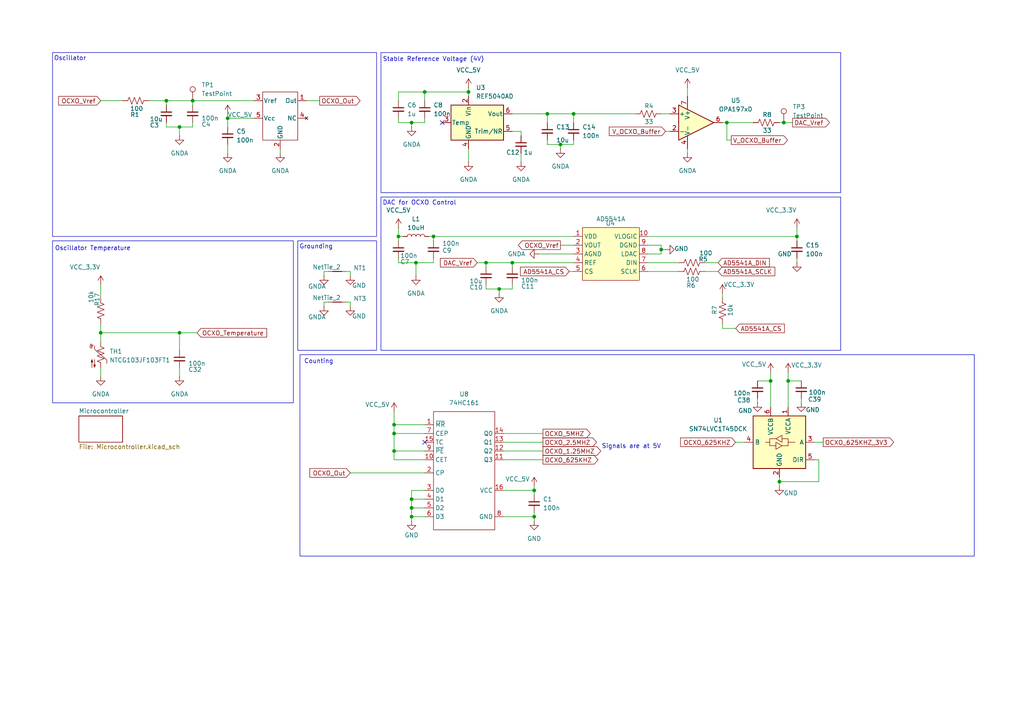
<source format=kicad_sch>
(kicad_sch (version 20250114) (generator "eeschema") (generator_version "9.0")
  (paper "A4")
  (lib_symbols
    (symbol "AD5541A:AD5541A"
      (property "Reference" "U" (at 0 8.382 0))
      (symbol "AD5541A_0_1"
        (rectangle (start -8.89 6.35) (end 7.62 -8.89) (fill (type color) (color 255 255 194 1)))
      )
      (symbol "AD5541A_1_1"
        (pin input line (at -11.43 3.81 0) (length 2.54) (name "VDD") (number "1"))
        (pin output line (at -11.43 1.27 0) (length 2.54) (name "VOUT") (number "2"))
        (pin output line (at -11.43 -1.27 0) (length 2.54) (name "AGND") (number "3"))
        (pin output line (at -11.43 -3.81 0) (length 2.54) (name "REF") (number "4"))
        (pin output line (at -11.43 -6.35 0) (length 2.54) (name "CS") (number "5"))
        (pin output line (at 10.16 3.81 180) (length 2.54) (name "VLOGIC") (number "10"))
        (pin output line (at 10.16 1.27 180) (length 2.54) (name "DGND") (number "9"))
        (pin output line (at 10.16 -1.27 180) (length 2.54) (name "LDAC") (number "8"))
        (pin output line (at 10.16 -3.81 180) (length 2.54) (name "DIN") (number "7"))
        (pin output line (at 10.16 -6.35 180) (length 2.54) (name "SCLK") (number "6"))
      )
    )
    (symbol "Amplifier_Operational:OPA197xD" (pin_names (offset 0.127))
      (property "Reference" "U" (at 0 6.35 0))
      (property "Value" "OPA197xD" (at 0 3.81 0))
      (symbol "OPA197xD_0_1"
        (polyline (pts (xy -5.08 5.08) (xy 5.08 0) (xy -5.08 -5.08) (xy -5.08 5.08)) (stroke (width 0.254)) (fill (type background)))
      )
      (symbol "OPA197xD_1_1"
        (pin input line (at -7.62 2.54 0) (length 2.54) (name "+") (number "3"))
        (pin input line (at -7.62 -2.54 0) (length 2.54) (name "-") (number "2"))
        (pin power_in line (at -2.54 7.62 270) (length 3.81) (name "V+") (number "7"))
        (pin no_connect line (at -2.54 2.54 270) (length 2.54) (hide yes) (name "NC") (number "1"))
        (pin power_in line (at -2.54 -7.62 90) (length 3.81) (name "V-") (number "4"))
        (pin no_connect line (at 0 2.54 270) (length 2.54) (hide yes) (name "NC") (number "5"))
        (pin no_connect line (at 0 -2.54 90) (length 2.54) (hide yes) (name "NC") (number "8"))
        (pin output line (at 7.62 0 180) (length 2.54) (name "~") (number "6"))
      )
    )
    (symbol "Connector:TestPoint" (pin_numbers (hide yes)) (pin_names (offset 0.762) (hide yes))
      (property "Reference" "TP" (at 0 6.858 0))
      (property "Value" "TestPoint" (at 0 5.08 0))
      (symbol "TestPoint_0_1"
        (circle (center 0 3.302) (radius 0.762))
      )
      (symbol "TestPoint_1_1"
        (pin passive line (at 0 0 90) (length 2.54) (name "1") (number "1"))
      )
    )
    (symbol "Device:C_Small" (pin_numbers (hide yes)) (pin_names (offset 0.254) (hide yes))
      (property "Reference" "C" (at 0.254 1.778 0))
      (property "Value" "C_Small" (at 0.254 -2.032 0))
      (symbol "C_Small_0_1"
        (polyline (pts (xy -1.524 0.508) (xy 1.524 0.508)) (stroke (width 0.3048)))
        (polyline (pts (xy -1.524 -0.508) (xy 1.524 -0.508)) (stroke (width 0.3302)))
      )
      (symbol "C_Small_1_1"
        (pin passive line (at 0 2.54 270) (length 2.032) (name "~") (number "1"))
        (pin passive line (at 0 -2.54 90) (length 2.032) (name "~") (number "2"))
      )
    )
    (symbol "Device:L" (pin_numbers (hide yes)) (pin_names (offset 1.016) (hide yes))
      (property "Reference" "L" (at -1.27 0 90))
      (property "Value" "L" (at 1.905 0 90))
      (symbol "L_0_1"
        (arc (start 0 2.54) (mid 0.6323 1.905) (end 0 1.27))
        (arc (start 0 1.27) (mid 0.6323 0.635) (end 0 0))
        (arc (start 0 0) (mid 0.6323 -0.635) (end 0 -1.27))
        (arc (start 0 -1.27) (mid 0.6323 -1.905) (end 0 -2.54))
      )
      (symbol "L_1_1"
        (pin passive line (at 0 3.81 270) (length 1.27) (name "1") (number "1"))
        (pin passive line (at 0 -3.81 90) (length 1.27) (name "2") (number "2"))
      )
    )
    (symbol "Device:NetTie_2" (pin_numbers (hide yes)) (pin_names (offset 0) (hide yes)) (in_bom no)
      (property "Reference" "NT" (at 0 1.27 0))
      (property "Value" "NetTie_2" (at 0 -1.27 0))
      (symbol "NetTie_2_0_1"
        (polyline (pts (xy -1.27 0) (xy 1.27 0)) (stroke (width 0.254)))
      )
      (symbol "NetTie_2_1_1"
        (pin passive line (at -2.54 0 0) (length 2.54) (name "1") (number "1"))
        (pin passive line (at 2.54 0 180) (length 2.54) (name "2") (number "2"))
      )
    )
    (symbol "Device:R_US" (pin_numbers (hide yes)) (pin_names (offset 0))
      (property "Reference" "R" (at 2.54 0 90))
      (property "Value" "R_US" (at -2.54 0 90))
      (symbol "R_US_0_1"
        (polyline (pts (xy 0 2.286) (xy 0 2.54)))
        (polyline (pts (xy 0 2.286) (xy 1.016 1.905) (xy 0 1.524) (xy -1.016 1.143) (xy 0 0.762)))
        (polyline (pts (xy 0 0.762) (xy 1.016 0.381) (xy 0 0) (xy -1.016 -0.381) (xy 0 -0.762)))
        (polyline (pts (xy 0 -0.762) (xy 1.016 -1.143) (xy 0 -1.524) (xy -1.016 -1.905) (xy 0 -2.286)))
        (polyline (pts (xy 0 -2.286) (xy 0 -2.54)))
      )
      (symbol "R_US_1_1"
        (pin passive line (at 0 3.81 270) (length 1.27) (name "~") (number "1"))
        (pin passive line (at 0 -3.81 90) (length 1.27) (name "~") (number "2"))
      )
    )
    (symbol "Device:Thermistor_NTC_US" (pin_numbers (hide yes)) (pin_names (offset 0))
      (property "Reference" "TH" (at -4.445 0 90))
      (property "Value" "Thermistor_NTC_US" (at 3.175 0 90))
      (symbol "Thermistor_NTC_US_0_1"
        (arc (start -3.175 2.413) (mid -3.0506 2.3165) (end -3.048 2.159))
        (arc (start -3.048 2.794) (mid -2.9736 2.9736) (end -2.794 3.048))
        (arc (start -2.794 3.048) (mid -2.6144 2.9736) (end -2.54 2.794))
        (arc (start -2.794 2.54) (mid -2.9736 2.6144) (end -3.048 2.794))
        (arc (start -2.794 1.905) (mid -2.9736 1.9794) (end -3.048 2.159))
        (arc (start -2.54 2.159) (mid -2.6144 1.9794) (end -2.794 1.905))
        (arc (start -2.159 2.794) (mid -2.434 2.5608) (end -2.794 2.54))
        (polyline (pts (xy -2.54 2.159) (xy -2.54 2.794)))
        (polyline (pts (xy -2.54 -3.683) (xy -2.54 -1.397) (xy -2.794 -2.159) (xy -2.286 -2.159) (xy -2.54 -1.397) (xy -2.54 -1.651)) (fill (type outline)))
        (polyline (pts (xy -1.778 2.54) (xy -1.778 1.524) (xy 1.778 -1.524) (xy 1.778 -2.54)))
        (polyline (pts (xy -1.778 -1.397) (xy -1.778 -3.683) (xy -2.032 -2.921) (xy -1.524 -2.921) (xy -1.778 -3.683) (xy -1.778 -3.429)) (fill (type outline)))
        (polyline (pts (xy 0 2.286) (xy 0 2.54)))
        (polyline (pts (xy 0 2.286) (xy 1.016 1.905) (xy 0 1.524) (xy -1.016 1.143) (xy 0 0.762)))
        (polyline (pts (xy 0 0.762) (xy 1.016 0.381) (xy 0 0) (xy -1.016 -0.381) (xy 0 -0.762)))
        (polyline (pts (xy 0 -0.762) (xy 1.016 -1.143) (xy 0 -1.524) (xy -1.016 -1.905) (xy 0 -2.286)))
        (polyline (pts (xy 0 -2.286) (xy 0 -2.54)))
      )
      (symbol "Thermistor_NTC_US_1_1"
        (pin passive line (at 0 3.81 270) (length 1.27) (name "~") (number "1"))
        (pin passive line (at 0 -3.81 90) (length 1.27) (name "~") (number "2"))
      )
    )
    (symbol "Logic_LevelTranslator:SN74LVC1T45DCK"
      (property "Reference" "U" (at -6.35 8.89 0))
      (property "Value" "SN74LVC1T45DCK" (at 3.81 8.89 0))
      (symbol "SN74LVC1T45DCK_0_1"
        (rectangle (start -7.62 7.62) (end 7.62 -7.62) (stroke (width 0.254)) (fill (type background)))
        (polyline (pts (xy -2.54 0) (xy -2.54 1.016) (xy -0.762 1.016)))
        (polyline (pts (xy -0.762 0) (xy -0.762 2.032) (xy 1.016 1.016) (xy -0.762 0)))
        (polyline (pts (xy -0.762 -1.016) (xy -2.54 -1.016) (xy -2.54 0) (xy -4.572 0)))
        (polyline (pts (xy 1.016 1.016) (xy 2.794 1.016) (xy 2.794 0) (xy 4.064 0)))
        (polyline (pts (xy 1.016 0) (xy 1.016 -1.778) (xy 1.016 -2.032) (xy -0.762 -1.016) (xy 1.016 0)))
        (polyline (pts (xy 2.794 0) (xy 2.794 -1.016) (xy 1.016 -1.016)))
      )
      (symbol "SN74LVC1T45DCK_1_1"
        (pin bidirectional line (at -10.16 0 0) (length 2.54) (name "A") (number "3"))
        (pin input line (at -10.16 -5.08 0) (length 2.54) (name "DIR") (number "5"))
        (pin power_in line (at -2.54 10.16 270) (length 2.54) (name "VCCA") (number "1"))
        (pin power_in line (at 0 -10.16 90) (length 2.54) (name "GND") (number "2"))
        (pin power_in line (at 2.54 10.16 270) (length 2.54) (name "VCCB") (number "6"))
        (pin bidirectional line (at 10.16 0 180) (length 2.54) (name "B") (number "4"))
      )
    )
    (symbol "OSC5A2B02:OSC5AB02" (pin_names (offset 0.254))
      (symbol "OSC5AB02_0_1"
        (rectangle (start -5.08 3.81) (end 5.08 -10.16))
      )
      (symbol "OSC5AB02_1_1"
        (pin input line (at -7.62 1.27 0) (length 2.54) (name "Vref") (number "3"))
        (pin input line (at -7.62 -3.81 0) (length 2.54) (name "Vcc") (number "5"))
        (pin input line (at 0 -12.7 90) (length 2.54) (name "GND") (number "2"))
        (pin output line (at 7.62 1.27 180) (length 2.54) (name "Out") (number "1"))
        (pin no_connect line (at 7.62 -3.81 180) (length 2.54) (name "NC") (number "4"))
      )
    )
    (symbol "Reference_Voltage:REF5040AD" (pin_names (offset 0.254))
      (property "Reference" "U" (at -1.27 8.255 0))
      (property "Value" "REF5040AD" (at -1.27 6.35 0))
      (symbol "REF5040AD_0_1"
        (rectangle (start -7.62 5.08) (end 7.62 -5.08) (stroke (width 0.254)) (fill (type background)))
      )
      (symbol "REF5040AD_1_1"
        (pin passive line (at -10.16 0 0) (length 2.54) (name "Temp") (number "3"))
        (pin no_connect line (at -7.62 2.54 0) (length 2.54) (hide yes) (name "DNC") (number "1"))
        (pin no_connect line (at -5.08 -5.08 90) (length 2.54) (hide yes) (name "NC") (number "7"))
        (pin power_in line (at -2.54 7.62 270) (length 2.54) (name "Vin") (number "2"))
        (pin power_in line (at -2.54 -7.62 90) (length 2.54) (name "GND") (number "4"))
        (pin no_connect line (at 7.62 0 180) (length 2.54) (hide yes) (name "DNC") (number "8"))
        (pin power_out line (at 10.16 2.54 180) (length 2.54) (name "Vout") (number "6"))
        (pin passive line (at 10.16 -2.54 180) (length 2.54) (name "Trim/NR") (number "5"))
      )
    )
    (symbol "nexperia:74HC161"
      (property "Reference" "U" (at 0 20.066 0))
      (property "Value" "74HC161" (at 0 17.526 0))
      (symbol "74HC161_0_1"
        (rectangle (start -8.89 16.51) (end 8.89 -17.78))
      )
      (symbol "74HC161_1_1"
        (pin input line (at -11.43 12.7 0) (length 2.54) (name "~{MR}") (number "1"))
        (pin input line (at -11.43 10.16 0) (length 2.54) (name "CEP") (number "7"))
        (pin input line (at -11.43 7.62 0) (length 2.54) (name "TC") (number "15"))
        (pin input line (at -11.43 5.08 0) (length 2.54) (name "~{PE}") (number "9"))
        (pin input line (at -11.43 2.54 0) (length 2.54) (name "CET") (number "10"))
        (pin input line (at -11.43 -1.27 0) (length 2.54) (name "CP") (number "2"))
        (pin input line (at -11.43 -6.35 0) (length 2.54) (name "D0") (number "3"))
        (pin input line (at -11.43 -8.89 0) (length 2.54) (name "D1") (number "4"))
        (pin input line (at -11.43 -11.43 0) (length 2.54) (name "D2") (number "5"))
        (pin input line (at -11.43 -13.97 0) (length 2.54) (name "D3") (number "6"))
        (pin output line (at 11.43 10.16 180) (length 2.54) (name "Q0") (number "14"))
        (pin output line (at 11.43 7.62 180) (length 2.54) (name "Q1") (number "13"))
        (pin output line (at 11.43 5.08 180) (length 2.54) (name "Q2") (number "12"))
        (pin output line (at 11.43 2.54 180) (length 2.54) (name "Q3") (number "11"))
        (pin input line (at 11.43 -6.35 180) (length 2.54) (name "VCC") (number "16"))
        (pin input line (at 11.43 -13.97 180) (length 2.54) (name "GND") (number "8"))
      )
    )
    (symbol "power:GND" (power) (pin_numbers (hide yes)) (pin_names (offset 0) (hide yes))
      (property "Value" "GND" (at 0 -3.81 0))
      (symbol "GND_0_1"
        (polyline (pts (xy 0 0) (xy 0 -1.27) (xy 1.27 -1.27) (xy 0 -2.54) (xy -1.27 -1.27) (xy 0 -1.27)))
      )
      (symbol "GND_1_1"
        (pin power_in line (at 0 0 270) (length 0) (name "~") (number "1"))
      )
    )
    (symbol "power:GNDA" (power) (pin_numbers (hide yes)) (pin_names (offset 0) (hide yes))
      (property "Value" "GNDA" (at 0 -3.81 0))
      (symbol "GNDA_0_1"
        (polyline (pts (xy 0 0) (xy 0 -1.27) (xy 1.27 -1.27) (xy 0 -2.54) (xy -1.27 -1.27) (xy 0 -1.27)))
      )
      (symbol "GNDA_1_1"
        (pin power_in line (at 0 0 270) (length 0) (name "~") (number "1"))
      )
    )
    (symbol "power:VCC" (power) (pin_numbers (hide yes)) (pin_names (offset 0) (hide yes))
      (property "Value" "VCC" (at 0 3.556 0))
      (symbol "VCC_0_1"
        (polyline (pts (xy -0.762 1.27) (xy 0 2.54)))
        (polyline (pts (xy 0 2.54) (xy 0.762 1.27)))
        (polyline (pts (xy 0 0) (xy 0 2.54)))
      )
      (symbol "VCC_1_1"
        (pin power_in line (at 0 0 90) (length 0) (name "~") (number "1"))
      )
    )
  )
  (rectangle (start 15.24 69.85) (end 85.09 116.84))
  (rectangle (start 110.49 15.24) (end 243.84 55.88))
  (rectangle (start 86.36 69.85) (end 109.22 101.6))
  (rectangle (start 86.995 102.87) (end 282.575 161.29))
  (rectangle (start 110.49 57.15) (end 243.84 101.6))
  (rectangle (start 15.24 15.24) (end 109.22 68.58))
  (text "Oscillator Temperature" (at 26.924 72.136 0) (effects (font (size 1.27 1.27))))
  (text "Grounding" (at 91.694 71.628 0) (effects (font (size 1.27 1.27))))
  (text "Stable Reference Voltage (4V)" (at 125.73 17.272 0) (effects (font (size 1.27 1.27))))
  (text "Counting" (at 92.456 104.902 0) (effects (font (size 1.27 1.27))))
  (text "Oscillator" (at 20.32 17.018 0) (effects (font (size 1.27 1.27))))
  (text "DAC for OCXO Control" (at 121.666 58.928 0) (effects (font (size 1.27 1.27))))
  (text "Signals are at 5V" (at 183.134 129.54 0) (effects (font (size 1.27 1.27))))
  (junction (at 123.19 26.67))
  (junction (at 114.3 123.19))
  (junction (at 162.56 41.91))
  (junction (at 154.94 149.86))
  (junction (at 115.57 68.58))
  (junction (at 119.38 147.32))
  (junction (at 223.52 110.49))
  (junction (at 154.94 142.24))
  (junction (at 55.88 29.21))
  (junction (at 231.14 68.58))
  (junction (at 166.37 33.02))
  (junction (at 191.77 72.39))
  (junction (at 144.78 83.82))
  (junction (at 48.26 29.21))
  (junction (at 120.65 76.2))
  (junction (at 140.97 76.2))
  (junction (at 66.04 34.29))
  (junction (at 158.75 33.02))
  (junction (at 228.6 110.49))
  (junction (at 135.89 26.67))
  (junction (at 114.3 125.73))
  (junction (at 226.06 139.7))
  (junction (at 52.07 96.52))
  (junction (at 125.73 68.58))
  (junction (at 119.38 149.86))
  (junction (at 210.82 35.56))
  (junction (at 119.38 144.78))
  (junction (at 114.3 130.81))
  (junction (at 119.38 35.56))
  (junction (at 227.33 35.56))
  (junction (at 148.59 76.2))
  (junction (at 52.07 36.83))
  (junction (at 29.21 96.52))
  (no_connect (at 123.19 128.27))
  (no_connect (at 128.27 35.56))
  (wire (pts (xy 166.37 40.64) (xy 166.37 41.91)))
  (wire (pts (xy 119.38 35.56) (xy 115.57 35.56)))
  (wire (pts (xy 154.94 142.24) (xy 154.94 143.51)))
  (wire (pts (xy 81.28 43.18) (xy 81.28 44.45)))
  (wire (pts (xy 140.97 76.2) (xy 148.59 76.2)))
  (wire (pts (xy 187.96 76.2) (xy 196.85 76.2)))
  (wire (pts (xy 232.41 115.57) (xy 232.41 116.84)))
  (wire (pts (xy 123.19 133.35) (xy 114.3 133.35)))
  (wire (pts (xy 48.26 29.21) (xy 48.26 30.48)))
  (wire (pts (xy 93.98 87.63) (xy 95.25 87.63)))
  (wire (pts (xy 48.26 35.56) (xy 48.26 36.83)))
  (wire (pts (xy 115.57 68.58) (xy 115.57 69.85)))
  (wire (pts (xy 215.9 128.27) (xy 213.36 128.27)))
  (wire (pts (xy 101.6 87.63) (xy 101.6 88.9)))
  (wire (pts (xy 144.78 83.82) (xy 148.59 83.82)))
  (wire (pts (xy 140.97 76.2) (xy 140.97 77.47)))
  (wire (pts (xy 151.13 44.45) (xy 151.13 46.99)))
  (wire (pts (xy 114.3 125.73) (xy 114.3 130.81)))
  (wire (pts (xy 52.07 96.52) (xy 57.15 96.52)))
  (wire (pts (xy 52.07 96.52) (xy 52.07 101.6)))
  (wire (pts (xy 115.57 66.04) (xy 115.57 68.58)))
  (wire (pts (xy 144.78 83.82) (xy 144.78 85.09)))
  (wire (pts (xy 119.38 151.13) (xy 119.38 149.86)))
  (wire (pts (xy 135.89 43.18) (xy 135.89 46.99)))
  (wire (pts (xy 187.96 78.74) (xy 196.85 78.74)))
  (wire (pts (xy 93.98 78.74) (xy 95.25 78.74)))
  (wire (pts (xy 138.43 76.2) (xy 140.97 76.2)))
  (wire (pts (xy 223.52 110.49) (xy 219.71 110.49)))
  (wire (pts (xy 238.76 128.27) (xy 236.22 128.27)))
  (wire (pts (xy 210.82 35.56) (xy 210.82 40.64)))
  (wire (pts (xy 119.38 147.32) (xy 119.38 149.86)))
  (wire (pts (xy 120.65 76.2) (xy 115.57 76.2)))
  (wire (pts (xy 154.94 149.86) (xy 154.94 151.13)))
  (wire (pts (xy 226.06 138.43) (xy 226.06 139.7)))
  (wire (pts (xy 114.3 119.38) (xy 114.3 123.19)))
  (wire (pts (xy 119.38 144.78) (xy 119.38 147.32)))
  (wire (pts (xy 199.39 43.18) (xy 199.39 44.45)))
  (wire (pts (xy 191.77 72.39) (xy 193.04 72.39)))
  (wire (pts (xy 209.55 35.56) (xy 210.82 35.56)))
  (wire (pts (xy 29.21 93.98) (xy 29.21 96.52)))
  (wire (pts (xy 209.55 85.09) (xy 209.55 86.36)))
  (wire (pts (xy 146.05 130.81) (xy 157.48 130.81)))
  (wire (pts (xy 209.55 95.25) (xy 209.55 93.98)))
  (wire (pts (xy 114.3 123.19) (xy 114.3 125.73)))
  (wire (pts (xy 114.3 125.73) (xy 123.19 125.73)))
  (wire (pts (xy 148.59 83.82) (xy 148.59 82.55)))
  (wire (pts (xy 228.6 110.49) (xy 228.6 118.11)))
  (wire (pts (xy 166.37 33.02) (xy 166.37 35.56)))
  (wire (pts (xy 187.96 68.58) (xy 231.14 68.58)))
  (wire (pts (xy 204.47 76.2) (xy 208.28 76.2)))
  (wire (pts (xy 35.56 29.21) (xy 29.21 29.21)))
  (wire (pts (xy 146.05 149.86) (xy 154.94 149.86)))
  (wire (pts (xy 135.89 25.4) (xy 135.89 26.67)))
  (wire (pts (xy 144.78 83.82) (xy 140.97 83.82)))
  (wire (pts (xy 66.04 33.02) (xy 66.04 34.29)))
  (wire (pts (xy 226.06 139.7) (xy 237.49 139.7)))
  (wire (pts (xy 212.09 40.64) (xy 210.82 40.64)))
  (wire (pts (xy 123.19 147.32) (xy 119.38 147.32)))
  (wire (pts (xy 55.88 36.83) (xy 55.88 35.56)))
  (wire (pts (xy 123.19 26.67) (xy 115.57 26.67)))
  (wire (pts (xy 223.52 107.95) (xy 223.52 110.49)))
  (wire (pts (xy 115.57 34.29) (xy 115.57 35.56)))
  (wire (pts (xy 55.88 29.21) (xy 48.26 29.21)))
  (wire (pts (xy 123.19 144.78) (xy 119.38 144.78)))
  (wire (pts (xy 231.14 68.58) (xy 231.14 69.85)))
  (wire (pts (xy 191.77 72.39) (xy 191.77 71.12)))
  (wire (pts (xy 115.57 68.58) (xy 116.84 68.58)))
  (wire (pts (xy 48.26 29.21) (xy 43.18 29.21)))
  (wire (pts (xy 146.05 133.35) (xy 157.48 133.35)))
  (wire (pts (xy 123.19 142.24) (xy 119.38 142.24)))
  (wire (pts (xy 52.07 36.83) (xy 52.07 39.37)))
  (wire (pts (xy 231.14 68.58) (xy 231.14 66.04)))
  (wire (pts (xy 123.19 26.67) (xy 135.89 26.67)))
  (wire (pts (xy 209.55 95.25) (xy 213.36 95.25)))
  (wire (pts (xy 231.14 74.93) (xy 231.14 76.2)))
  (wire (pts (xy 151.13 38.1) (xy 151.13 39.37)))
  (wire (pts (xy 29.21 82.55) (xy 29.21 86.36)))
  (wire (pts (xy 226.06 139.7) (xy 226.06 140.97)))
  (wire (pts (xy 162.56 41.91) (xy 166.37 41.91)))
  (wire (pts (xy 66.04 34.29) (xy 66.04 36.83)))
  (wire (pts (xy 146.05 128.27) (xy 157.48 128.27)))
  (wire (pts (xy 120.65 76.2) (xy 125.73 76.2)))
  (wire (pts (xy 148.59 76.2) (xy 166.37 76.2)))
  (wire (pts (xy 154.94 140.97) (xy 154.94 142.24)))
  (wire (pts (xy 219.71 115.57) (xy 219.71 116.84)))
  (wire (pts (xy 204.47 78.74) (xy 208.28 78.74)))
  (wire (pts (xy 223.52 110.49) (xy 223.52 118.11)))
  (wire (pts (xy 93.98 88.9) (xy 93.98 87.63)))
  (wire (pts (xy 55.88 29.21) (xy 73.66 29.21)))
  (wire (pts (xy 191.77 71.12) (xy 187.96 71.12)))
  (wire (pts (xy 119.38 142.24) (xy 119.38 144.78)))
  (wire (pts (xy 158.75 33.02) (xy 158.75 35.56)))
  (wire (pts (xy 228.6 107.95) (xy 228.6 110.49)))
  (wire (pts (xy 187.96 73.66) (xy 191.77 73.66)))
  (wire (pts (xy 93.98 80.01) (xy 93.98 78.74)))
  (wire (pts (xy 101.6 78.74) (xy 101.6 80.01)))
  (wire (pts (xy 124.46 68.58) (xy 125.73 68.58)))
  (wire (pts (xy 166.37 33.02) (xy 184.15 33.02)))
  (wire (pts (xy 66.04 34.29) (xy 73.66 34.29)))
  (wire (pts (xy 210.82 35.56) (xy 218.44 35.56)))
  (wire (pts (xy 114.3 130.81) (xy 123.19 130.81)))
  (wire (pts (xy 125.73 68.58) (xy 125.73 69.85)))
  (wire (pts (xy 146.05 125.73) (xy 157.48 125.73)))
  (wire (pts (xy 191.77 73.66) (xy 191.77 72.39)))
  (wire (pts (xy 148.59 33.02) (xy 158.75 33.02)))
  (wire (pts (xy 29.21 96.52) (xy 29.21 99.06)))
  (wire (pts (xy 55.88 29.21) (xy 55.88 30.48)))
  (wire (pts (xy 191.77 33.02) (xy 194.31 33.02)))
  (wire (pts (xy 52.07 36.83) (xy 55.88 36.83)))
  (wire (pts (xy 125.73 76.2) (xy 125.73 74.93)))
  (wire (pts (xy 114.3 123.19) (xy 123.19 123.19)))
  (wire (pts (xy 88.9 29.21) (xy 92.71 29.21)))
  (wire (pts (xy 115.57 26.67) (xy 115.57 29.21)))
  (wire (pts (xy 199.39 25.4) (xy 199.39 27.94)))
  (wire (pts (xy 193.04 38.1) (xy 194.31 38.1)))
  (wire (pts (xy 125.73 68.58) (xy 166.37 68.58)))
  (wire (pts (xy 237.49 139.7) (xy 237.49 133.35)))
  (wire (pts (xy 148.59 38.1) (xy 151.13 38.1)))
  (wire (pts (xy 165.1 78.74) (xy 166.37 78.74)))
  (wire (pts (xy 119.38 149.86) (xy 123.19 149.86)))
  (wire (pts (xy 162.56 41.91) (xy 158.75 41.91)))
  (wire (pts (xy 158.75 33.02) (xy 166.37 33.02)))
  (wire (pts (xy 115.57 74.93) (xy 115.57 76.2)))
  (wire (pts (xy 52.07 106.68) (xy 52.07 109.22)))
  (wire (pts (xy 114.3 130.81) (xy 114.3 133.35)))
  (wire (pts (xy 237.49 133.35) (xy 236.22 133.35)))
  (wire (pts (xy 146.05 142.24) (xy 154.94 142.24)))
  (wire (pts (xy 119.38 35.56) (xy 119.38 36.83)))
  (wire (pts (xy 100.33 87.63) (xy 101.6 87.63)))
  (wire (pts (xy 52.07 36.83) (xy 48.26 36.83)))
  (wire (pts (xy 100.33 78.74) (xy 101.6 78.74)))
  (wire (pts (xy 120.65 76.2) (xy 120.65 80.01)))
  (wire (pts (xy 226.06 35.56) (xy 227.33 35.56)))
  (wire (pts (xy 156.21 73.66) (xy 166.37 73.66)))
  (wire (pts (xy 123.19 35.56) (xy 123.19 34.29)))
  (wire (pts (xy 232.41 110.49) (xy 228.6 110.49)))
  (wire (pts (xy 140.97 82.55) (xy 140.97 83.82)))
  (wire (pts (xy 119.38 35.56) (xy 123.19 35.56)))
  (wire (pts (xy 29.21 106.68) (xy 29.21 109.22)))
  (wire (pts (xy 158.75 41.91) (xy 158.75 40.64)))
  (wire (pts (xy 227.33 35.56) (xy 229.87 35.56)))
  (wire (pts (xy 123.19 29.21) (xy 123.19 26.67)))
  (wire (pts (xy 148.59 76.2) (xy 148.59 77.47)))
  (wire (pts (xy 154.94 148.59) (xy 154.94 149.86)))
  (wire (pts (xy 101.6 137.16) (xy 123.19 137.16)))
  (wire (pts (xy 162.56 71.12) (xy 166.37 71.12)))
  (wire (pts (xy 29.21 96.52) (xy 52.07 96.52)))
  (wire (pts (xy 135.89 26.67) (xy 135.89 27.94)))
  (wire (pts (xy 66.04 41.91) (xy 66.04 44.45)))
  (wire (pts (xy 162.56 41.91) (xy 162.56 43.18)))
  (global_label "DAC_Vref" (shape input) (at 138.43 76.2 180) (property "Intersheetrefs" "${INTERSHEET_REFS}" (effects (hide yes))))
  (global_label "DAC_Vref" (shape output) (at 229.87 35.56 0) (property "Intersheetrefs" "${INTERSHEET_REFS}" (effects (hide yes))))
  (global_label "AD5541A_DIN" (shape input) (at 208.28 76.2 0) (property "Intersheetrefs" "${INTERSHEET_REFS}" (effects (hide yes))))
  (global_label "OCXO_Out" (shape output) (at 92.71 29.21 0) (property "Intersheetrefs" "${INTERSHEET_REFS}" (effects (hide yes))))
  (global_label "AD5541A_SCLK" (shape input) (at 208.28 78.74 0) (property "Intersheetrefs" "${INTERSHEET_REFS}" (effects (hide yes))))
  (global_label "AD5541A_CS" (shape input) (at 213.36 95.25 0) (property "Intersheetrefs" "${INTERSHEET_REFS}" (effects (hide yes))))
  (global_label "OCXO_625KHZ" (shape input) (at 213.36 128.27 180) (property "Intersheetrefs" "${INTERSHEET_REFS}" (effects (hide yes))))
  (global_label "OCXO_1.25MHZ" (shape output) (at 157.48 130.81 0) (property "Intersheetrefs" "${INTERSHEET_REFS}" (effects (hide yes))))
  (global_label "OCXO_625KHZ" (shape output) (at 157.48 133.35 0) (property "Intersheetrefs" "${INTERSHEET_REFS}" (effects (hide yes))))
  (global_label "OCXO_Vref" (shape input) (at 29.21 29.21 180) (property "Intersheetrefs" "${INTERSHEET_REFS}" (effects (hide yes))))
  (global_label "OCXO_5MHZ" (shape output) (at 157.48 125.73 0) (property "Intersheetrefs" "${INTERSHEET_REFS}" (effects (hide yes))))
  (global_label "OCXO_Out" (shape input) (at 101.6 137.16 180) (property "Intersheetrefs" "${INTERSHEET_REFS}" (effects (hide yes))))
  (global_label "V_OCXO_Buffer" (shape input) (at 193.04 38.1 180) (property "Intersheetrefs" "${INTERSHEET_REFS}" (effects (hide yes))))
  (global_label "V_OCXO_Buffer" (shape output) (at 212.09 40.64 0) (property "Intersheetrefs" "${INTERSHEET_REFS}" (effects (hide yes))))
  (global_label "OCXO_2.5MHZ" (shape output) (at 157.48 128.27 0) (property "Intersheetrefs" "${INTERSHEET_REFS}" (effects (hide yes))))
  (global_label "OCXO_Temperature" (shape input) (at 57.15 96.52 0) (property "Intersheetrefs" "${INTERSHEET_REFS}" (effects (hide yes))))
  (global_label "OCXO_Vref" (shape output) (at 162.56 71.12 180) (property "Intersheetrefs" "${INTERSHEET_REFS}" (effects (hide yes))))
  (global_label "OCXO_625KHZ_3V3" (shape output) (at 238.76 128.27 0) (property "Intersheetrefs" "${INTERSHEET_REFS}" (effects (hide yes))))
  (global_label "AD5541A_CS" (shape input) (at 165.1 78.74 180) (property "Intersheetrefs" "${INTERSHEET_REFS}" (effects (hide yes))))
  (symbol (lib_id "Device:C_Small") (at 140.97 80.01 0) (unit 1)
    (property "Reference" "C10" (at 136.144 83.312 0) (effects (justify left)))
    (property "Value" "10u" (at 136.144 81.534 0) (effects (justify left)))
    (property "Footprint" "Capacitor_SMD:C_0201_0603Metric_Pad0.64x0.40mm_HandSolder" (effects (hide yes)))
    (property "Description" "Unpolarized capacitor, small symbol" (effects (hide yes)))
    (property "JLC" "C19702" (effects (hide yes)))
    (property "Package" "0603" (effects (hide yes)))
  )
  (symbol (lib_id "power:VCC") (at 154.94 140.97 0) (unit 1)
    (property "Reference" "#PWR052" (effects (hide yes)))
    (property "Value" "VCC_5V" (at 150.114 138.938 0))
    (property "Description" "Power symbol creates a global label with name \"VCC\"" (effects (hide yes)))
  )
  (symbol (lib_id "Device:C_Small") (at 158.75 38.1 0) (unit 1)
    (property "Reference" "C13" (at 161.29 36.8362 0) (effects (justify left)))
    (property "Value" "10u" (at 161.29 40.6462 0) (effects (justify left)))
    (property "Footprint" "Capacitor_SMD:C_0201_0603Metric_Pad0.64x0.40mm_HandSolder" (effects (hide yes)))
    (property "Description" "Unpolarized capacitor, small symbol" (effects (hide yes)))
    (property "JLC" "C19702" (effects (hide yes)))
    (property "Package" "0603" (effects (hide yes)))
  )
  (symbol (lib_id "power:GNDA") (at 156.21 73.66 270) (unit 1)
    (property "Reference" "#PWR019" (effects (hide yes)))
    (property "Value" "GNDA" (at 152.4 73.6599 90) (effects (justify right)))
    (property "Description" "Power symbol creates a global label with name \"GNDA\" , analog ground" (effects (hide yes)))
  )
  (symbol (lib_id "Reference_Voltage:REF5040AD") (at 138.43 35.56 0) (unit 1)
    (property "Reference" "U3" (at 138.0333 25.4 0) (effects (justify left)))
    (property "Value" "REF5040AD" (at 138.0333 27.94 0) (effects (justify left)))
    (property "Footprint" "Package_SO:SOIC-8_3.9x4.9mm_P1.27mm" (effects (hide yes)))
    (property "Datasheet" "https://www.ti.com/lit/ds/symlink/ref5030a-q1.pdf" (effects (hide yes)))
    (property "Description" "4.096V 0.1% 10mA Low Noise Precision Voltage Reference, SO-8" (effects (hide yes)))
    (property "JLC" "C1575304" (effects (hide yes)))
  )
  (symbol (lib_id "Device:R_US") (at 187.96 33.02 90) (unit 1)
    (property "Reference" "R4" (at 188.214 30.734 90))
    (property "Value" "33" (at 188.214 35.306 90))
    (property "Footprint" "Resistor_SMD:R_0201_0603Metric_Pad0.64x0.40mm_HandSolder" (effects (hide yes)))
    (property "Description" "Resistor, US symbol" (effects (hide yes)))
    (property "JLC" "C23140" (effects (hide yes)))
    (property "Package" "0603" (effects (hide yes)))
  )
  (symbol (lib_id "power:GND") (at 154.94 151.13 0) (unit 1)
    (property "Reference" "#PWR02" (effects (hide yes)))
    (property "Value" "GND" (at 154.94 156.21 0))
    (property "Description" "Power symbol creates a global label with name \"GND\" , ground" (effects (hide yes)))
  )
  (symbol (lib_id "power:VCC") (at 66.04 33.02 0) (unit 1)
    (property "Reference" "#PWR06" (effects (hide yes)))
    (property "Value" "VCC_5V" (at 69.596 33.274 0))
    (property "Description" "Power symbol creates a global label with name \"VCC\"" (effects (hide yes)))
  )
  (symbol (lib_id "Device:C_Small") (at 232.41 113.03 0) (mirror y) (unit 1)
    (property "Reference" "C39" (at 238.252 115.824 0) (effects (justify left)))
    (property "Value" "100n" (at 239.522 113.792 0) (effects (justify left)))
    (property "Footprint" "Capacitor_SMD:C_0201_0603Metric_Pad0.64x0.40mm_HandSolder" (effects (hide yes)))
    (property "Description" "Unpolarized capacitor, small symbol" (effects (hide yes)))
    (property "JLC" "C14663" (effects (hide yes)))
    (property "Package" "0603" (effects (hide yes)))
  )
  (symbol (lib_id "Connector:TestPoint") (at 227.33 35.56 0) (unit 1) (in_bom no)
    (property "Reference" "TP3" (at 229.87 30.9879 0) (effects (justify left)))
    (property "Value" "TestPoint" (at 229.87 33.5279 0) (effects (justify left)))
    (property "Footprint" "TestPoint:TestPoint_Pad_D1.5mm" (effects (hide yes)))
    (property "Description" "test point" (effects (hide yes)))
  )
  (symbol (lib_id "power:GND") (at 219.71 116.84 0) (mirror y) (unit 1)
    (property "Reference" "#PWR067" (effects (hide yes)))
    (property "Value" "GND" (at 216.154 119.126 0))
    (property "Description" "Power symbol creates a global label with name \"GND\" , ground" (effects (hide yes)))
  )
  (symbol (lib_id "Device:R_US") (at 200.66 78.74 90) (unit 1)
    (property "Reference" "R6" (at 200.406 82.804 90))
    (property "Value" "100" (at 200.914 81.026 90))
    (property "Footprint" "Resistor_SMD:R_0201_0603Metric_Pad0.64x0.40mm_HandSolder" (effects (hide yes)))
    (property "Description" "Resistor, US symbol" (effects (hide yes)))
    (property "JLC" "C22775" (effects (hide yes)))
    (property "Package" "0603" (effects (hide yes)))
  )
  (symbol (lib_id "power:GND") (at 231.14 76.2 0) (unit 1)
    (property "Reference" "#PWR026" (effects (hide yes)))
    (property "Value" "GND" (at 227.584 73.66 0))
    (property "Description" "Power symbol creates a global label with name \"GND\" , ground" (effects (hide yes)))
  )
  (symbol (lib_id "power:GND") (at 101.6 80.01 0) (unit 1)
    (property "Reference" "#PWR010" (effects (hide yes)))
    (property "Value" "GND" (at 104.14 82.804 0))
    (property "Description" "Power symbol creates a global label with name \"GND\" , ground" (effects (hide yes)))
  )
  (symbol (lib_id "Device:R_US") (at 209.55 90.17 180) (unit 1)
    (property "Reference" "R7" (at 207.264 89.916 90))
    (property "Value" "10k" (at 211.836 89.916 90))
    (property "Footprint" "Resistor_SMD:R_0201_0603Metric_Pad0.64x0.40mm_HandSolder" (effects (hide yes)))
    (property "Description" "Resistor, US symbol" (effects (hide yes)))
    (property "JLC" "C25804" (effects (hide yes)))
    (property "Package" "0603" (effects (hide yes)))
  )
  (symbol (lib_id "Device:C_Small") (at 123.19 31.75 0) (unit 1)
    (property "Reference" "C8" (at 125.73 30.4862 0) (effects (justify left)))
    (property "Value" "100n" (at 125.73 33.0262 0) (effects (justify left)))
    (property "Footprint" "Capacitor_SMD:C_0201_0603Metric_Pad0.64x0.40mm_HandSolder" (effects (hide yes)))
    (property "Description" "Unpolarized capacitor, small symbol" (effects (hide yes)))
    (property "JLC" "C14663" (effects (hide yes)))
    (property "Package" "0603" (effects (hide yes)))
  )
  (symbol (lib_id "Device:C_Small") (at 66.04 39.37 0) (unit 1)
    (property "Reference" "C5" (at 68.58 38.1062 0) (effects (justify left)))
    (property "Value" "100n" (at 68.58 40.6462 0) (effects (justify left)))
    (property "Footprint" "Capacitor_SMD:C_0201_0603Metric_Pad0.64x0.40mm_HandSolder" (effects (hide yes)))
    (property "Description" "Unpolarized capacitor, small symbol" (effects (hide yes)))
    (property "JLC" "C14663" (effects (hide yes)))
    (property "Package" "0603" (effects (hide yes)))
  )
  (symbol (lib_id "Device:R_US") (at 200.66 76.2 90) (unit 1)
    (property "Reference" "R5" (at 203.962 75.184 90))
    (property "Value" "100" (at 204.724 73.406 90))
    (property "Footprint" "Resistor_SMD:R_0201_0603Metric_Pad0.64x0.40mm_HandSolder" (effects (hide yes)))
    (property "Description" "Resistor, US symbol" (effects (hide yes)))
    (property "JLC" "C22775" (effects (hide yes)))
    (property "Package" "0603" (effects (hide yes)))
  )
  (symbol (lib_id "power:VCC") (at 231.14 66.04 0) (unit 1)
    (property "Reference" "#PWR025" (effects (hide yes)))
    (property "Value" "VCC_3.3V" (at 226.568 60.96 0))
    (property "Description" "Power symbol creates a global label with name \"VCC\"" (effects (hide yes)))
  )
  (symbol (lib_id "power:GND") (at 101.6 88.9 0) (unit 1)
    (property "Reference" "#PWR063" (effects (hide yes)))
    (property "Value" "GND" (at 104.14 91.694 0))
    (property "Description" "Power symbol creates a global label with name \"GND\" , ground" (effects (hide yes)))
  )
  (symbol (lib_id "Logic_LevelTranslator:SN74LVC1T45DCK") (at 226.06 128.27 0) (mirror y) (unit 1)
    (property "Reference" "U1" (at 208.28 121.8498 0))
    (property "Value" "SN74LVC1T45DCK" (at 208.28 124.3898 0))
    (property "Footprint" "Package_TO_SOT_SMD:SOT-363_SC-70-6" (effects (hide yes)))
    (property "Datasheet" "http://www.ti.com/lit/ds/symlink/sn74lvc1t45.pdf" (effects (hide yes)))
    (property "Description" "Single-Bit Dual-Supply Bus Transceiver With Configurable Voltage Translation and 3-State Outputs, SOT-363" (effects (hide yes)))
    (property "JLC" "C9382" (effects (hide yes)))
  )
  (symbol (lib_id "Device:R_US") (at 39.37 29.21 90) (unit 1)
    (property "Reference" "R1" (at 39.116 33.274 90))
    (property "Value" "100" (at 39.624 31.496 90))
    (property "Footprint" "Resistor_SMD:R_0201_0603Metric_Pad0.64x0.40mm_HandSolder" (effects (hide yes)))
    (property "Description" "Resistor, US symbol" (effects (hide yes)))
    (property "JLC" "C22775" (effects (hide yes)))
    (property "Package" "0603" (effects (hide yes)))
  )
  (symbol (lib_id "Device:Thermistor_NTC_US") (at 29.21 102.87 0) (unit 1)
    (property "Reference" "TH1" (at 31.75 101.9174 0) (effects (justify left)))
    (property "Value" "NTCG103JF103FT1" (at 31.75 104.4574 0) (effects (justify left)))
    (property "Footprint" "Capacitor_SMD:C_01005_0402Metric_Pad0.57x0.30mm_HandSolder" (effects (hide yes)))
    (property "Description" "Temperature dependent resistor, negative temperature coefficient, US symbol" (effects (hide yes)))
    (property "JLC" "C209959" (effects (hide yes)))
    (property "Package" "1005" (effects (hide yes)))
  )
  (symbol (lib_id "Device:C_Small") (at 115.57 72.39 0) (unit 1)
    (property "Reference" "C7" (at 116.078 75.946 0) (effects (justify left)))
    (property "Value" "100n" (at 116.078 74.168 0) (effects (justify left)))
    (property "Footprint" "Capacitor_SMD:C_0201_0603Metric_Pad0.64x0.40mm_HandSolder" (effects (hide yes)))
    (property "Description" "Unpolarized capacitor, small symbol" (effects (hide yes)))
    (property "JLC" "C14663" (effects (hide yes)))
    (property "Package" "0603" (effects (hide yes)))
  )
  (symbol (lib_id "power:VCC") (at 228.6 107.95 0) (mirror y) (unit 1)
    (property "Reference" "#PWR065" (effects (hide yes)))
    (property "Value" "VCC_3.3V" (at 233.934 105.918 0))
    (property "Description" "Power symbol creates a global label with name \"VCC\"" (effects (hide yes)))
  )
  (symbol (lib_id "Device:C_Small") (at 55.88 33.02 0) (unit 1)
    (property "Reference" "C4" (at 58.42 36.068 0) (effects (justify left)))
    (property "Value" "100n" (at 58.42 34.2962 0) (effects (justify left)))
    (property "Footprint" "Capacitor_SMD:C_0201_0603Metric_Pad0.64x0.40mm_HandSolder" (effects (hide yes)))
    (property "Description" "Unpolarized capacitor, small symbol" (effects (hide yes)))
    (property "JLC" "C14663" (effects (hide yes)))
    (property "Package" "0603" (effects (hide yes)))
  )
  (symbol (lib_id "power:VCC") (at 223.52 107.95 0) (mirror y) (unit 1)
    (property "Reference" "#PWR064" (effects (hide yes)))
    (property "Value" "VCC_5V" (at 218.694 105.664 0))
    (property "Description" "Power symbol creates a global label with name \"VCC\"" (effects (hide yes)))
  )
  (symbol (lib_id "Device:C_Small") (at 48.26 33.02 0) (unit 1)
    (property "Reference" "C3" (at 43.434 36.322 0) (effects (justify left)))
    (property "Value" "10u" (at 43.434 34.544 0) (effects (justify left)))
    (property "Footprint" "Capacitor_SMD:C_0201_0603Metric_Pad0.64x0.40mm_HandSolder" (effects (hide yes)))
    (property "Description" "Unpolarized capacitor, small symbol" (effects (hide yes)))
    (property "JLC" "C19702" (effects (hide yes)))
    (property "Package" "0603" (effects (hide yes)))
  )
  (symbol (lib_id "power:GNDA") (at 199.39 44.45 0) (unit 1)
    (property "Reference" "#PWR053" (effects (hide yes)))
    (property "Value" "GNDA" (at 199.39 49.53 0))
    (property "Description" "Power symbol creates a global label with name \"GNDA\" , analog ground" (effects (hide yes)))
  )
  (symbol (lib_id "Device:NetTie_2") (at 97.79 78.74 0) (unit 1) (in_bom no)
    (property "Reference" "NT1" (at 104.394 77.724 0))
    (property "Value" "NetTie_2" (at 94.742 77.47 0))
    (property "Footprint" "NetTie:NetTie-2_THT_Pad0.3mm" (effects (hide yes)))
    (property "Description" "Net tie, 2 pins" (effects (hide yes)))
  )
  (symbol (lib_id "power:VCC") (at 199.39 25.4 0) (unit 1)
    (property "Reference" "#PWR022" (effects (hide yes)))
    (property "Value" "VCC_5V" (at 199.39 20.32 0))
    (property "Description" "Power symbol creates a global label with name \"VCC\"" (effects (hide yes)))
  )
  (symbol (lib_id "Device:C_Small") (at 219.71 113.03 0) (mirror y) (unit 1)
    (property "Reference" "C38" (at 217.678 116.078 0) (effects (justify left)))
    (property "Value" "100n" (at 217.678 114.046 0) (effects (justify left)))
    (property "Footprint" "Capacitor_SMD:C_0201_0603Metric_Pad0.64x0.40mm_HandSolder" (effects (hide yes)))
    (property "Description" "Unpolarized capacitor, small symbol" (effects (hide yes)))
    (property "JLC" "C14663" (effects (hide yes)))
    (property "Package" "0603" (effects (hide yes)))
  )
  (symbol (lib_id "Device:C_Small") (at 115.57 31.75 0) (unit 1)
    (property "Reference" "C6" (at 118.11 30.4862 0) (effects (justify left)))
    (property "Value" "1u" (at 118.11 33.0262 0) (effects (justify left)))
    (property "Footprint" "Capacitor_SMD:C_0201_0603Metric_Pad0.64x0.40mm_HandSolder" (effects (hide yes)))
    (property "Description" "Unpolarized capacitor, small symbol" (effects (hide yes)))
    (property "JLC" "C15849" (effects (hide yes)))
    (property "Package" "0603" (effects (hide yes)))
  )
  (symbol (lib_id "power:GNDA") (at 66.04 44.45 0) (unit 1)
    (property "Reference" "#PWR07" (effects (hide yes)))
    (property "Value" "GNDA" (at 66.04 49.53 0))
    (property "Description" "Power symbol creates a global label with name \"GNDA\" , analog ground" (effects (hide yes)))
  )
  (symbol (lib_id "OSC5A2B02:OSC5AB02") (at 81.28 30.48 0) (unit 1) (in_bom no)
    (property "Reference" "OSC5A2B1" (effects (hide yes)))
    (property "Footprint" "OCXO:OSC5A2B02" (effects (hide yes)))
    (property "Datasheet" "https://dl6gl.de/media/files/ocxo-cti-osc5a2b02-datasheet.pdf" (effects (hide yes)))
  )
  (symbol (lib_id "Device:C_Small") (at 166.37 38.1 0) (unit 1)
    (property "Reference" "C14" (at 168.91 36.8362 0) (effects (justify left)))
    (property "Value" "100n" (at 168.91 39.3762 0) (effects (justify left)))
    (property "Footprint" "Capacitor_SMD:C_0201_0603Metric_Pad0.64x0.40mm_HandSolder" (effects (hide yes)))
    (property "Description" "Unpolarized capacitor, small symbol" (effects (hide yes)))
    (property "JLC" "C14663" (effects (hide yes)))
    (property "Package" "0603" (effects (hide yes)))
  )
  (symbol (lib_id "Device:NetTie_2") (at 97.79 87.63 0) (unit 1) (in_bom no)
    (property "Reference" "NT3" (at 104.394 86.614 0))
    (property "Value" "NetTie_2" (at 94.742 86.36 0))
    (property "Footprint" "NetTie:NetTie-2_THT_Pad0.3mm" (effects (hide yes)))
    (property "Description" "Net tie, 2 pins" (effects (hide yes)))
  )
  (symbol (lib_id "Connector:TestPoint") (at 55.88 29.21 0) (unit 1) (in_bom no)
    (property "Reference" "TP1" (at 58.42 24.6379 0) (effects (justify left)))
    (property "Value" "TestPoint" (at 58.42 27.1779 0) (effects (justify left)))
    (property "Footprint" "TestPoint:TestPoint_Pad_D1.5mm" (effects (hide yes)))
    (property "Description" "test point" (effects (hide yes)))
  )
  (symbol (lib_id "power:GND") (at 193.04 72.39 90) (unit 1)
    (property "Reference" "#PWR021" (effects (hide yes)))
    (property "Value" "GND" (at 197.612 72.136 90))
    (property "Description" "Power symbol creates a global label with name \"GND\" , ground" (effects (hide yes)))
  )
  (symbol (lib_id "power:GND") (at 119.38 151.13 0) (unit 1)
    (property "Reference" "#PWR03" (effects (hide yes)))
    (property "Value" "GND" (at 119.38 155.194 0))
    (property "Description" "Power symbol creates a global label with name \"GND\" , ground" (effects (hide yes)))
  )
  (symbol (lib_id "power:VCC") (at 135.89 25.4 0) (unit 1)
    (property "Reference" "#PWR015" (effects (hide yes)))
    (property "Value" "VCC_5V" (at 135.89 20.32 0))
    (property "Description" "Power symbol creates a global label with name \"VCC\"" (effects (hide yes)))
  )
  (symbol (lib_id "power:GNDA") (at 162.56 43.18 0) (unit 1)
    (property "Reference" "#PWR020" (effects (hide yes)))
    (property "Value" "GNDA" (at 162.56 48.26 0))
    (property "Description" "Power symbol creates a global label with name \"GNDA\" , analog ground" (effects (hide yes)))
  )
  (symbol (lib_id "Device:R_US") (at 29.21 90.17 180) (unit 1)
    (property "Reference" "R17" (at 28.194 86.868 90))
    (property "Value" "10k" (at 26.416 86.106 90))
    (property "Footprint" "Resistor_SMD:R_0201_0603Metric_Pad0.64x0.40mm_HandSolder" (effects (hide yes)))
    (property "Description" "Resistor, US symbol" (effects (hide yes)))
    (property "JLC" "C25804" (effects (hide yes)))
    (property "Package" "0603" (effects (hide yes)))
  )
  (symbol (lib_id "power:GNDA") (at 120.65 80.01 0) (unit 1)
    (property "Reference" "#PWR014" (effects (hide yes)))
    (property "Value" "GNDA" (at 120.65 85.09 0))
    (property "Description" "Power symbol creates a global label with name \"GNDA\" , analog ground" (effects (hide yes)))
  )
  (symbol (lib_id "power:GNDA") (at 135.89 46.99 0) (unit 1)
    (property "Reference" "#PWR016" (effects (hide yes)))
    (property "Value" "GNDA" (at 135.89 52.07 0))
    (property "Description" "Power symbol creates a global label with name \"GNDA\" , analog ground" (effects (hide yes)))
  )
  (symbol (lib_id "power:GNDA") (at 119.38 36.83 0) (unit 1)
    (property "Reference" "#PWR013" (effects (hide yes)))
    (property "Value" "GNDA" (at 119.38 41.91 0))
    (property "Description" "Power symbol creates a global label with name \"GNDA\" , analog ground" (effects (hide yes)))
  )
  (symbol (lib_id "power:VCC") (at 114.3 119.38 0) (unit 1)
    (property "Reference" "#PWR011" (effects (hide yes)))
    (property "Value" "VCC_5V" (at 109.474 117.348 0))
    (property "Description" "Power symbol creates a global label with name \"VCC\"" (effects (hide yes)))
  )
  (symbol (lib_id "Device:C_Small") (at 148.59 80.01 0) (unit 1)
    (property "Reference" "C11" (at 151.13 83.058 0) (effects (justify left)))
    (property "Value" "100n" (at 151.13 81.2862 0) (effects (justify left)))
    (property "Footprint" "Capacitor_SMD:C_0201_0603Metric_Pad0.64x0.40mm_HandSolder" (effects (hide yes)))
    (property "Description" "Unpolarized capacitor, small symbol" (effects (hide yes)))
    (property "JLC" "C14663" (effects (hide yes)))
    (property "Package" "0603" (effects (hide yes)))
  )
  (symbol (lib_id "Device:C_Small") (at 231.14 72.39 0) (unit 1)
    (property "Reference" "C15" (at 233.68 71.1262 0) (effects (justify left)))
    (property "Value" "100n" (at 233.68 73.6662 0) (effects (justify left)))
    (property "Footprint" "Capacitor_SMD:C_0201_0603Metric_Pad0.64x0.40mm_HandSolder" (effects (hide yes)))
    (property "Description" "Unpolarized capacitor, small symbol" (effects (hide yes)))
    (property "JLC" "C14663" (effects (hide yes)))
    (property "Package" "0603" (effects (hide yes)))
  )
  (symbol (lib_id "Device:R_US") (at 222.25 35.56 90) (unit 1)
    (property "Reference" "R8" (at 222.504 33.274 90))
    (property "Value" "33" (at 222.504 37.846 90))
    (property "Footprint" "Resistor_SMD:R_0201_0603Metric_Pad0.64x0.40mm_HandSolder" (effects (hide yes)))
    (property "Description" "Resistor, US symbol" (effects (hide yes)))
    (property "JLC" "C23140" (effects (hide yes)))
    (property "Package" "0603" (effects (hide yes)))
  )
  (symbol (lib_id "power:GNDA") (at 81.28 44.45 0) (unit 1)
    (property "Reference" "#PWR08" (effects (hide yes)))
    (property "Value" "GNDA" (at 81.28 49.53 0))
    (property "Description" "Power symbol creates a global label with name \"GNDA\" , analog ground" (effects (hide yes)))
  )
  (symbol (lib_id "power:GNDA") (at 93.98 80.01 0) (unit 1)
    (property "Reference" "#PWR09" (effects (hide yes)))
    (property "Value" "GNDA" (at 91.948 83.058 0))
    (property "Description" "Power symbol creates a global label with name \"GNDA\" , analog ground" (effects (hide yes)))
  )
  (symbol (lib_id "power:GNDA") (at 93.98 88.9 0) (unit 1)
    (property "Reference" "#PWR059" (effects (hide yes)))
    (property "Value" "GNDA" (at 91.948 91.948 0))
    (property "Description" "Power symbol creates a global label with name \"GNDA\" , analog ground" (effects (hide yes)))
  )
  (symbol (lib_id "power:VCC") (at 29.21 82.55 0) (unit 1)
    (property "Reference" "#PWR061" (effects (hide yes)))
    (property "Value" "VCC_3.3V" (at 24.638 77.47 0))
    (property "Description" "Power symbol creates a global label with name \"VCC\"" (effects (hide yes)))
  )
  (symbol (lib_id "Amplifier_Operational:OPA197xD") (at 201.93 35.56 0) (unit 1)
    (property "Reference" "U5" (at 213.36 29.1398 0))
    (property "Value" "OPA197xD" (at 213.36 31.6798 0))
    (property "Footprint" "Package_SO:SOIC-8_3.9x4.9mm_P1.27mm" (effects (hide yes)))
    (property "Datasheet" "http://www.ti.com/lit/ds/symlink/opa197.pdf" (effects (hide yes)))
    (property "Description" "Single 36V, Precision, Rail-to-Rail Input/Output, Low Offset Voltage, Operational Amplifier, SOIC-8" (effects (hide yes)))
    (property "JLC" "C79274" (effects (hide yes)))
  )
  (symbol (lib_id "power:GNDA") (at 29.21 109.22 0) (unit 1)
    (property "Reference" "#PWR060" (effects (hide yes)))
    (property "Value" "GNDA" (at 29.21 114.3 0))
    (property "Description" "Power symbol creates a global label with name \"GNDA\" , analog ground" (effects (hide yes)))
  )
  (symbol (lib_id "Device:L") (at 120.65 68.58 90) (unit 1)
    (property "Reference" "L1" (at 120.65 63.5 90))
    (property "Value" "10uH" (at 120.65 66.04 90))
    (property "Footprint" "Capacitor_SMD:C_0201_0603Metric_Pad0.64x0.40mm_HandSolder" (effects (hide yes)))
    (property "Description" "Inductor" (effects (hide yes)))
    (property "JLC" "C1035" (effects (hide yes)))
    (property "Package" "0603" (effects (hide yes)))
  )
  (symbol (lib_id "power:GND") (at 226.06 140.97 0) (mirror y) (unit 1)
    (property "Reference" "#PWR068" (effects (hide yes)))
    (property "Value" "GND" (at 229.362 143.002 0))
    (property "Description" "Power symbol creates a global label with name \"GND\" , ground" (effects (hide yes)))
  )
  (symbol (lib_id "Device:C_Small") (at 154.94 146.05 0) (unit 1)
    (property "Reference" "C1" (at 157.48 144.7862 0) (effects (justify left)))
    (property "Value" "100n" (at 157.48 147.3262 0) (effects (justify left)))
    (property "Footprint" "Capacitor_SMD:C_0201_0603Metric_Pad0.64x0.40mm_HandSolder" (effects (hide yes)))
    (property "Description" "Unpolarized capacitor, small symbol" (effects (hide yes)))
    (property "JLC" "C14663" (effects (hide yes)))
    (property "Package" "0603" (effects (hide yes)))
  )
  (symbol (lib_id "Device:C_Small") (at 151.13 41.91 0) (unit 1)
    (property "Reference" "C12" (at 146.812 44.196 0) (effects (justify left)))
    (property "Value" "1u" (at 151.892 44.196 0) (effects (justify left)))
    (property "Footprint" "Capacitor_SMD:C_0201_0603Metric_Pad0.64x0.40mm_HandSolder" (effects (hide yes)))
    (property "Description" "Unpolarized capacitor, small symbol" (effects (hide yes)))
    (property "JLC" "C15849" (effects (hide yes)))
    (property "Package" "0603" (effects (hide yes)))
  )
  (symbol (lib_id "nexperia:74HC161") (at 134.62 135.89 0) (unit 1)
    (property "Reference" "U8" (at 134.62 114.3 0))
    (property "Value" "74HC161" (at 134.62 116.84 0))
    (property "Footprint" "Package_SO:SO-16_3.9x9.9mm_P1.27mm" (effects (hide yes)))
    (property "Datasheet" "https://assets.nexperia.com/documents/data-sheet/74HC161.pdf" (effects (hide yes)))
    (property "JLC" "C22436995" (effects (hide yes)))
  )
  (symbol (lib_id "Device:C_Small") (at 52.07 104.14 0) (unit 1)
    (property "Reference" "C32" (at 54.61 107.188 0) (effects (justify left)))
    (property "Value" "100n" (at 54.61 105.4162 0) (effects (justify left)))
    (property "Footprint" "Capacitor_SMD:C_0201_0603Metric_Pad0.64x0.40mm_HandSolder" (effects (hide yes)))
    (property "Description" "Unpolarized capacitor, small symbol" (effects (hide yes)))
    (property "JLC" "C14663" (effects (hide yes)))
    (property "Package" "0603" (effects (hide yes)))
  )
  (symbol (lib_id "power:VCC") (at 209.55 85.09 0) (unit 1)
    (property "Reference" "#PWR024" (effects (hide yes)))
    (property "Value" "VCC_3.3V" (at 214.376 82.55 0))
    (property "Description" "Power symbol creates a global label with name \"VCC\"" (effects (hide yes)))
  )
  (symbol (lib_id "power:GNDA") (at 144.78 85.09 0) (unit 1)
    (property "Reference" "#PWR017" (effects (hide yes)))
    (property "Value" "GNDA" (at 144.78 90.17 0))
    (property "Description" "Power symbol creates a global label with name \"GNDA\" , analog ground" (effects (hide yes)))
  )
  (symbol (lib_id "power:GNDA") (at 151.13 46.99 0) (unit 1)
    (property "Reference" "#PWR018" (effects (hide yes)))
    (property "Value" "GNDA" (at 151.13 52.07 0))
    (property "Description" "Power symbol creates a global label with name \"GNDA\" , analog ground" (effects (hide yes)))
  )
  (symbol (lib_id "power:GND") (at 232.41 116.84 0) (mirror y) (unit 1)
    (property "Reference" "#PWR066" (effects (hide yes)))
    (property "Value" "GND" (at 235.712 118.872 0))
    (property "Description" "Power symbol creates a global label with name \"GND\" , ground" (effects (hide yes)))
  )
  (symbol (lib_id "power:GNDA") (at 52.07 109.22 0) (unit 1)
    (property "Reference" "#PWR062" (effects (hide yes)))
    (property "Value" "GNDA" (at 52.07 114.3 0))
    (property "Description" "Power symbol creates a global label with name \"GNDA\" , analog ground" (effects (hide yes)))
  )
  (symbol (lib_id "power:GNDA") (at 52.07 39.37 0) (unit 1)
    (property "Reference" "#PWR05" (effects (hide yes)))
    (property "Value" "GNDA" (at 52.07 44.45 0))
    (property "Description" "Power symbol creates a global label with name \"GNDA\" , analog ground" (effects (hide yes)))
  )
  (symbol (lib_id "AD5541A:AD5541A") (at 177.8 72.39 0) (unit 1)
    (property "Reference" "U4" (at 177.038 64.77 0))
    (property "Value" "AD5541A" (at 177.165 63.5 0))
    (property "Footprint" "Package_SO:MSOP-10_3x3mm_P0.5mm" (effects (hide yes)))
    (property "JLC" "C578210" (effects (hide yes)))
  )
  (symbol (lib_id "Device:C_Small") (at 125.73 72.39 0) (unit 1)
    (property "Reference" "C9" (at 128.27 72.644 0) (effects (justify left)))
    (property "Value" "100n" (at 128.27 70.612 0) (effects (justify left)))
    (property "Footprint" "Capacitor_SMD:C_0201_0603Metric_Pad0.64x0.40mm_HandSolder" (effects (hide yes)))
    (property "Description" "Unpolarized capacitor, small symbol" (effects (hide yes)))
    (property "JLC" "C14663" (effects (hide yes)))
    (property "Package" "0603" (effects (hide yes)))
  )
  (symbol (lib_id "power:VCC") (at 115.57 66.04 0) (unit 1)
    (property "Reference" "#PWR012" (effects (hide yes)))
    (property "Value" "VCC_5V" (at 115.57 60.96 0))
    (property "Description" "Power symbol creates a global label with name \"VCC\"" (effects (hide yes)))
  )
  (sheet (at 22.86 120.65) (size 12.7 7.62) (stroke (width 0.1524))
    (property "Sheetname" "Microcontroller" (at 22.86 119.9384 0) (effects (justify left bottom)))
    (property "Sheetfile" "Microcontroller.kicad_sch" (at 22.86 128.8546 0) (effects (justify left top)))
  )
)
</source>
